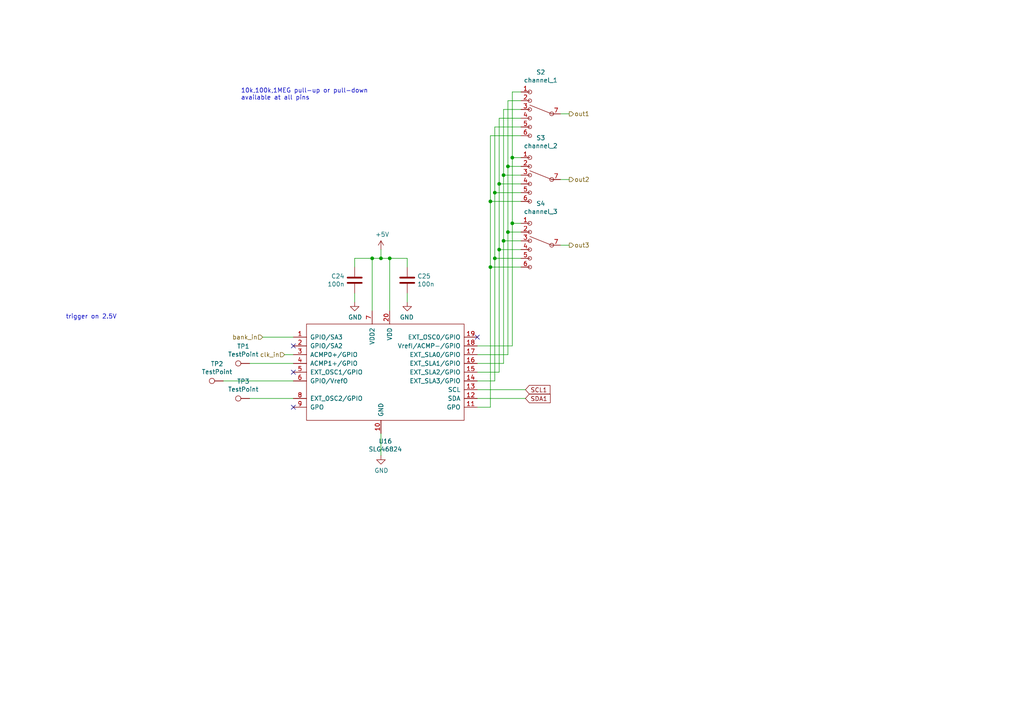
<source format=kicad_sch>
(kicad_sch (version 20231120) (generator "eeschema") (generator_version "8.0")
  (paper "A4")
  (lib_symbols
    (symbol "Connector:TestPoint" (pin_numbers hide) (pin_names (offset 0.762) hide)
      (property "Reference" "TP" (at 0 6.858 0))
      (property "Value" "TestPoint" (at 0 5.08 0))
      (symbol "TestPoint_0_1"
        (circle (center 0 3.302) (radius 0.762))
      )
      (symbol "TestPoint_1_1"
        (pin passive line (at 0 0 90) (length 2.54) (name "1") (number "1"))
      )
    )
    (symbol "Device:C" (pin_numbers hide) (pin_names (offset 0.254))
      (property "Reference" "C" (at 0.635 2.54 0))
      (property "Value" "C" (at 0.635 -2.54 0))
      (symbol "C_0_1"
        (polyline (pts (xy -2.032 -0.762) (xy 2.032 -0.762)) (stroke (width 0.508)))
        (polyline (pts (xy -2.032 0.762) (xy 2.032 0.762)) (stroke (width 0.508)))
      )
      (symbol "C_1_1"
        (pin passive line (at 0 3.81 270) (length 2.794) (name "~") (number "1"))
        (pin passive line (at 0 -3.81 90) (length 2.794) (name "~") (number "2"))
      )
    )
    (symbol "power:+5V" (power) (pin_names (offset 0))
      (property "Value" "+5V" (at 0 3.556 0))
      (symbol "+5V_0_1"
        (polyline (pts (xy -0.762 1.27) (xy 0 2.54)))
        (polyline (pts (xy 0 0) (xy 0 2.54)))
        (polyline (pts (xy 0 2.54) (xy 0.762 1.27)))
      )
      (symbol "+5V_1_1"
        (pin power_in line (at 0 0 90) (length 0) hide (name "+5V") (number "1"))
      )
    )
    (symbol "power:GND" (power) (pin_names (offset 0))
      (property "Value" "GND" (at 0 -3.81 0))
      (symbol "GND_0_1"
        (polyline (pts (xy 0 0) (xy 0 -1.27) (xy 1.27 -1.27) (xy 0 -2.54) (xy -1.27 -1.27) (xy 0 -1.27)))
      )
      (symbol "GND_1_1"
        (pin power_in line (at 0 0 270) (length 0) hide (name "GND") (number "1"))
      )
    )
    (symbol "waveshaper_Marcin-rescue:SLG46824-greenpak_ICs" (pin_names (offset 1.016))
      (property "Reference" "U" (at -6.35 1.27 0))
      (property "Value" "SLG46824-greenpak_ICs" (at 0 6.35 0))
      (symbol "SLG46824-greenpak_ICs_0_1"
        (rectangle (start -21.59 13.97) (end 24.13 -13.97))
        (pin power_in line (at -25.4 10.16 0) (length 3.81) (name "GPIO/SA3") (number "1"))
        (pin power_in line (at 0 -17.78 90) (length 3.81) (name "GND") (number "10"))
        (pin power_in line (at 27.94 -10.16 180) (length 3.81) (name "GPO") (number "11"))
        (pin power_in line (at 27.94 -7.62 180) (length 3.81) (name "SDA") (number "12"))
        (pin power_in line (at 27.94 -5.08 180) (length 3.81) (name "SCL") (number "13"))
        (pin power_in line (at 27.94 -2.54 180) (length 3.81) (name "EXT_SLA3/GPIO") (number "14"))
        (pin power_in line (at 27.94 0 180) (length 3.81) (name "EXT_SLA2/GPIO") (number "15"))
        (pin power_in line (at 27.94 2.54 180) (length 3.81) (name "EXT_SLA1/GPIO") (number "16"))
        (pin power_in line (at 27.94 5.08 180) (length 3.81) (name "EXT_SLA0/GPIO") (number "17"))
        (pin power_in line (at 27.94 7.62 180) (length 3.81) (name "VrefI/ACMP-/GPIO") (number "18"))
        (pin power_in line (at 27.94 10.16 180) (length 3.81) (name "EXT_OSC0/GPIO") (number "19"))
        (pin power_in line (at -25.4 7.62 0) (length 3.81) (name "GPIO/SA2") (number "2"))
        (pin power_in line (at 2.54 17.78 270) (length 3.81) (name "VDD") (number "20"))
        (pin power_in line (at -25.4 5.08 0) (length 3.81) (name "ACMP0+/GPIO") (number "3"))
        (pin power_in line (at -25.4 2.54 0) (length 3.81) (name "ACMP1+/GPIO") (number "4"))
        (pin power_in line (at -25.4 0 0) (length 3.81) (name "EXT_OSC1/GPIO") (number "5"))
        (pin power_in line (at -25.4 -2.54 0) (length 3.81) (name "GPIO/VrefO") (number "6"))
        (pin power_in line (at -2.54 17.78 270) (length 3.81) (name "VDD2") (number "7"))
        (pin power_in line (at -25.4 -7.62 0) (length 3.81) (name "EXT_OSC2/GPIO") (number "8"))
        (pin power_in line (at -25.4 -10.16 0) (length 3.81) (name "GPO") (number "9"))
      )
    )
    (symbol "waveshaper_Marcin-rescue:SS-16F03-switch" (pin_names (offset 1.016))
      (property "Reference" "S" (at 2.54 -5.08 0))
      (property "Value" "SS-16F03-switch" (at 6.35 6.35 0))
      (symbol "SS-16F03-switch_0_1"
        (circle (center -1.27 -6.35) (radius 0.508))
        (circle (center -1.27 -3.81) (radius 0.508))
        (circle (center -1.27 -1.27) (radius 0.508))
        (circle (center -1.27 1.27) (radius 0.508))
        (circle (center -1.27 3.81) (radius 0.508))
        (circle (center -1.27 6.35) (radius 0.5588))
        (polyline (pts (xy 5.08 0) (xy -1.27 2.54)))
        (circle (center 5.08 0) (radius 0.5588))
      )
      (symbol "SS-16F03-switch_1_1"
        (pin input line (at -3.81 6.35 0) (length 2.54) (name "~") (number "1"))
        (pin input line (at -3.81 3.81 0) (length 2.54) (name "~") (number "2"))
        (pin input line (at -3.81 1.27 0) (length 2.54) (name "~") (number "3"))
        (pin input line (at -3.81 -1.27 0) (length 2.54) (name "~") (number "4"))
        (pin input line (at -3.81 -3.81 0) (length 2.54) (name "~") (number "5"))
        (pin input line (at -3.81 -6.35 0) (length 2.54) (name "~") (number "6"))
        (pin input line (at 7.62 0 180) (length 2.54) (name "~") (number "7"))
      )
    )
  )
  (junction (at 148.59 64.77))
  (junction (at 147.32 67.31))
  (junction (at 144.78 53.34))
  (junction (at 143.51 55.88))
  (junction (at 110.49 74.93))
  (junction (at 107.95 74.93))
  (junction (at 148.59 45.72))
  (junction (at 146.05 50.8))
  (junction (at 144.78 72.39))
  (junction (at 142.24 58.42))
  (junction (at 113.03 74.93))
  (junction (at 147.32 48.26))
  (junction (at 146.05 69.85))
  (junction (at 143.51 74.93))
  (junction (at 142.24 77.47))
  (no_connect (at 138.43 97.79))
  (no_connect (at 85.09 118.11))
  (no_connect (at 85.09 100.33))
  (no_connect (at 85.09 107.95))
  (wire (pts (xy 165.1 52.07) (xy 162.56 52.07)))
  (wire (pts (xy 165.1 33.02) (xy 162.56 33.02)))
  (wire (pts (xy 138.43 102.87) (xy 147.32 102.87)))
  (wire (pts (xy 148.59 45.72) (xy 148.59 26.67)))
  (wire (pts (xy 148.59 64.77) (xy 148.59 45.72)))
  (wire (pts (xy 146.05 50.8) (xy 151.13 50.8)))
  (wire (pts (xy 102.87 77.47) (xy 102.87 74.93)))
  (wire (pts (xy 110.49 72.39) (xy 110.49 74.93)))
  (wire (pts (xy 151.13 34.29) (xy 144.78 34.29)))
  (wire (pts (xy 138.43 118.11) (xy 142.24 118.11)))
  (wire (pts (xy 76.2 97.79) (xy 85.09 97.79)))
  (wire (pts (xy 110.49 132.08) (xy 110.49 125.73)))
  (wire (pts (xy 146.05 69.85) (xy 146.05 105.41)))
  (wire (pts (xy 143.51 74.93) (xy 143.51 110.49)))
  (wire (pts (xy 151.13 45.72) (xy 148.59 45.72)))
  (wire (pts (xy 151.13 29.21) (xy 147.32 29.21)))
  (wire (pts (xy 142.24 77.47) (xy 142.24 118.11)))
  (wire (pts (xy 118.11 74.93) (xy 113.03 74.93)))
  (wire (pts (xy 142.24 39.37) (xy 142.24 58.42)))
  (wire (pts (xy 138.43 105.41) (xy 146.05 105.41)))
  (wire (pts (xy 151.13 53.34) (xy 144.78 53.34)))
  (wire (pts (xy 147.32 29.21) (xy 147.32 48.26)))
  (wire (pts (xy 72.39 105.41) (xy 85.09 105.41)))
  (wire (pts (xy 151.13 64.77) (xy 148.59 64.77)))
  (wire (pts (xy 113.03 74.93) (xy 113.03 90.17)))
  (wire (pts (xy 138.43 113.03) (xy 152.4 113.03)))
  (wire (pts (xy 144.78 34.29) (xy 144.78 53.34)))
  (wire (pts (xy 148.59 26.67) (xy 151.13 26.67)))
  (wire (pts (xy 142.24 58.42) (xy 142.24 77.47)))
  (wire (pts (xy 143.51 55.88) (xy 151.13 55.88)))
  (wire (pts (xy 118.11 77.47) (xy 118.11 74.93)))
  (wire (pts (xy 147.32 48.26) (xy 147.32 67.31)))
  (wire (pts (xy 151.13 48.26) (xy 147.32 48.26)))
  (wire (pts (xy 110.49 74.93) (xy 113.03 74.93)))
  (wire (pts (xy 147.32 67.31) (xy 151.13 67.31)))
  (wire (pts (xy 144.78 72.39) (xy 144.78 107.95)))
  (wire (pts (xy 143.51 55.88) (xy 143.51 36.83)))
  (wire (pts (xy 138.43 110.49) (xy 143.51 110.49)))
  (wire (pts (xy 146.05 31.75) (xy 151.13 31.75)))
  (wire (pts (xy 107.95 74.93) (xy 107.95 90.17)))
  (wire (pts (xy 85.09 110.49) (xy 64.77 110.49)))
  (wire (pts (xy 72.39 115.57) (xy 85.09 115.57)))
  (wire (pts (xy 142.24 77.47) (xy 151.13 77.47)))
  (wire (pts (xy 138.43 115.57) (xy 152.4 115.57)))
  (wire (pts (xy 151.13 69.85) (xy 146.05 69.85)))
  (wire (pts (xy 151.13 39.37) (xy 142.24 39.37)))
  (wire (pts (xy 143.51 55.88) (xy 143.51 74.93)))
  (wire (pts (xy 148.59 100.33) (xy 148.59 64.77)))
  (wire (pts (xy 143.51 36.83) (xy 151.13 36.83)))
  (wire (pts (xy 118.11 87.63) (xy 118.11 85.09)))
  (wire (pts (xy 102.87 74.93) (xy 107.95 74.93)))
  (wire (pts (xy 151.13 58.42) (xy 142.24 58.42)))
  (wire (pts (xy 110.49 74.93) (xy 107.95 74.93)))
  (wire (pts (xy 138.43 100.33) (xy 148.59 100.33)))
  (wire (pts (xy 151.13 74.93) (xy 143.51 74.93)))
  (wire (pts (xy 144.78 72.39) (xy 151.13 72.39)))
  (wire (pts (xy 82.55 102.87) (xy 85.09 102.87)))
  (wire (pts (xy 144.78 53.34) (xy 144.78 72.39)))
  (wire (pts (xy 165.1 71.12) (xy 162.56 71.12)))
  (wire (pts (xy 138.43 107.95) (xy 144.78 107.95)))
  (wire (pts (xy 146.05 50.8) (xy 146.05 31.75)))
  (wire (pts (xy 147.32 67.31) (xy 147.32 102.87)))
  (wire (pts (xy 102.87 87.63) (xy 102.87 85.09)))
  (wire (pts (xy 146.05 50.8) (xy 146.05 69.85)))
  (text "trigger on 2.5V" (at 19.05 92.71 0) (effects (font (size 1.27 1.27)) (justify left bottom)))
  (text "10k,100k,1MEG pull-up or pull-down\navailable at all pins" (at 69.85 29.21 0) (effects (font (size 1.27 1.27)) (justify left bottom)))
  (global_label "SDA1" (shape input) (at 152.4 115.57 0) (property "Intersheetrefs" "${INTERSHEET_REFS}" (effects (hide yes))))
  (global_label "SCL1" (shape input) (at 152.4 113.03 0) (property "Intersheetrefs" "${INTERSHEET_REFS}" (effects (hide yes))))
  (hierarchical_label "out1" (shape output) (at 165.1 33.02 0))
  (hierarchical_label "clk_in" (shape input) (at 82.55 102.87 180))
  (hierarchical_label "bank_in" (shape input) (at 76.2 97.79 180))
  (hierarchical_label "out3" (shape output) (at 165.1 71.12 0))
  (hierarchical_label "out2" (shape output) (at 165.1 52.07 0))
  (symbol (lib_id "waveshaper_Marcin-rescue:SLG46824-greenpak_ICs") (at 110.49 107.95 0) (unit 1)
    (property "Reference" "U16" (at 111.76 127.9906 0))
    (property "Value" "SLG46824" (at 111.76 130.302 0))
    (property "Footprint" "Package_SO:TSSOP-20_4.4x6.5mm_P0.65mm" (effects (hide yes)))
  )
  (symbol (lib_id "Device:C") (at 118.11 81.28 0) (unit 1)
    (property "Reference" "C25" (at 121.031 80.1116 0) (effects (justify left)))
    (property "Value" "100n" (at 121.031 82.423 0) (effects (justify left)))
    (property "Footprint" "Capacitor_SMD:C_0603_1608Metric" (effects (hide yes)))
  )
  (symbol (lib_id "power:GND") (at 110.49 132.08 0) (unit 1)
    (property "Reference" "#PWR0192" (effects (hide yes)))
    (property "Value" "GND" (at 110.617 136.4742 0))
  )
  (symbol (lib_id "power:GND") (at 102.87 87.63 0) (unit 1)
    (property "Reference" "#PWR0193" (effects (hide yes)))
    (property "Value" "GND" (at 102.997 92.0242 0))
  )
  (symbol (lib_id "Device:C") (at 102.87 81.28 0) (mirror y) (unit 1)
    (property "Reference" "C24" (at 99.949 80.1116 0) (effects (justify left)))
    (property "Value" "100n" (at 99.949 82.423 0) (effects (justify left)))
    (property "Footprint" "Capacitor_SMD:C_0603_1608Metric" (effects (hide yes)))
  )
  (symbol (lib_id "power:GND") (at 118.11 87.63 0) (mirror y) (unit 1)
    (property "Reference" "#PWR0194" (effects (hide yes)))
    (property "Value" "GND" (at 117.983 92.0242 0))
  )
  (symbol (lib_id "waveshaper_Marcin-rescue:SS-16F03-switch") (at 154.94 33.02 0) (unit 1)
    (property "Reference" "S2" (at 156.845 20.955 0))
    (property "Value" "channel_1" (at 156.845 23.2664 0))
    (property "Footprint" "learning:SS-16F03" (effects (hide yes)))
  )
  (symbol (lib_id "waveshaper_Marcin-rescue:SS-16F03-switch") (at 154.94 52.07 0) (unit 1)
    (property "Reference" "S3" (at 156.845 40.005 0))
    (property "Value" "channel_2" (at 156.845 42.3164 0))
    (property "Footprint" "learning:SS-16F03" (effects (hide yes)))
  )
  (symbol (lib_id "waveshaper_Marcin-rescue:SS-16F03-switch") (at 154.94 71.12 0) (unit 1)
    (property "Reference" "S4" (at 156.845 59.055 0))
    (property "Value" "channel_3" (at 156.845 61.3664 0))
    (property "Footprint" "learning:SS-16F03" (effects (hide yes)))
  )
  (symbol (lib_id "Connector:TestPoint") (at 72.39 105.41 90) (unit 1)
    (property "Reference" "TP1" (at 70.5612 100.457 90))
    (property "Value" "TestPoint" (at 70.5612 102.7684 90))
    (property "Footprint" "TestPoint:TestPoint_Pad_D2.0mm" (effects (hide yes)))
  )
  (symbol (lib_id "Connector:TestPoint") (at 64.77 110.49 90) (unit 1)
    (property "Reference" "TP2" (at 62.9412 105.537 90))
    (property "Value" "TestPoint" (at 62.9412 107.8484 90))
    (property "Footprint" "TestPoint:TestPoint_Pad_D2.0mm" (effects (hide yes)))
  )
  (symbol (lib_id "Connector:TestPoint") (at 72.39 115.57 90) (unit 1)
    (property "Reference" "TP3" (at 70.5612 110.617 90))
    (property "Value" "TestPoint" (at 70.5612 112.9284 90))
    (property "Footprint" "TestPoint:TestPoint_Pad_D2.0mm" (effects (hide yes)))
  )
  (symbol (lib_id "power:+5V") (at 110.49 72.39 0) (unit 1)
    (property "Reference" "#PWR0251" (effects (hide yes)))
    (property "Value" "+5V" (at 110.871 67.9958 0))
  )
)
</source>
